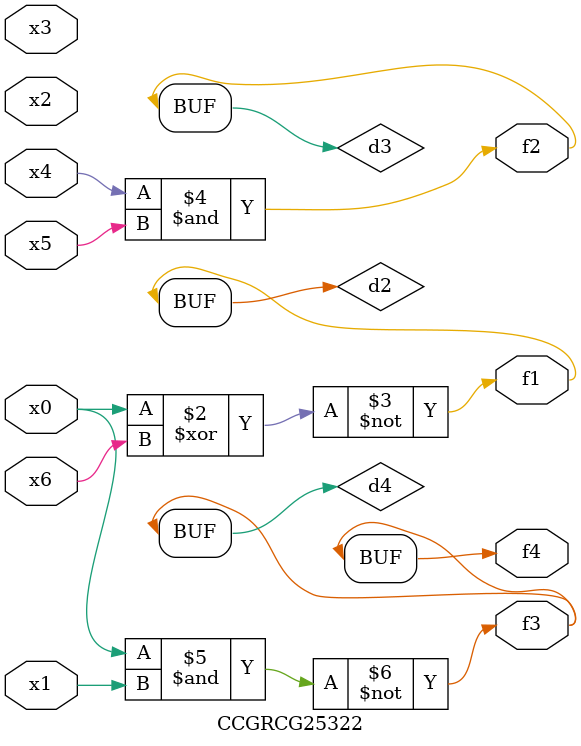
<source format=v>
module CCGRCG25322(
	input x0, x1, x2, x3, x4, x5, x6,
	output f1, f2, f3, f4
);

	wire d1, d2, d3, d4;

	nor (d1, x0);
	xnor (d2, x0, x6);
	and (d3, x4, x5);
	nand (d4, x0, x1);
	assign f1 = d2;
	assign f2 = d3;
	assign f3 = d4;
	assign f4 = d4;
endmodule

</source>
